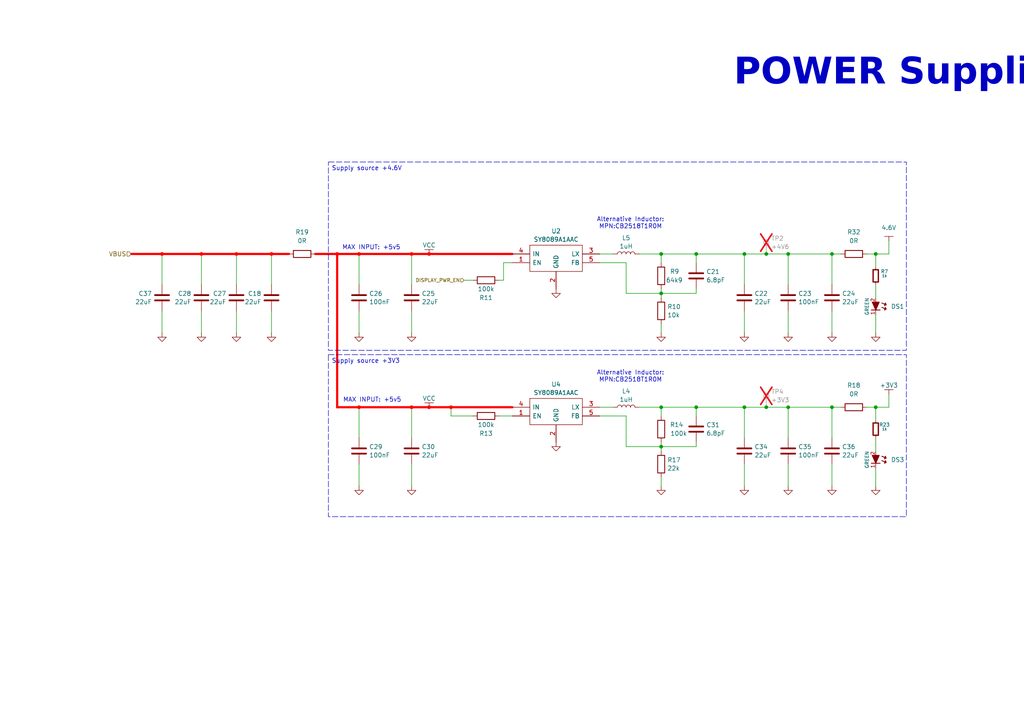
<source format=kicad_sch>
(kicad_sch (version 20231120) (generator "eeschema") (generator_version "8.0")
  (paper "A4")
  (title_block (title "WebScreen Project") (date "2024-11-02") (rev "1.2") (company "HW Media Lab LLC"))
  (lib_symbols
    (symbol "Connector:TestPoint" (pin_numbers hide) (pin_names (offset 0.762) hide)
      (property "Reference" "TP" (at 0 6.858 0))
      (property "Value" "TestPoint" (at 0 5.08 0))
      (symbol "TestPoint_0_1"
        (circle (center 0 3.302) (radius 0.762))
      )
      (symbol "TestPoint_1_1"
        (pin passive line (at 0 0 90) (length 2.54) (name "1") (number "1"))
      )
    )
    (symbol "Device:C" (pin_numbers hide) (pin_names (offset 0.254))
      (property "Reference" "C" (at 0.635 2.54 0))
      (property "Value" "C" (at 0.635 -2.54 0))
      (symbol "C_0_1"
        (polyline (pts (xy -2.032 -0.762) (xy 2.032 -0.762)) (stroke (width 0.508)))
        (polyline (pts (xy -2.032 0.762) (xy 2.032 0.762)) (stroke (width 0.508)))
      )
      (symbol "C_1_1"
        (pin passive line (at 0 3.81 270) (length 2.794) (name "~") (number "1"))
        (pin passive line (at 0 -3.81 90) (length 2.794) (name "~") (number "2"))
      )
    )
    (symbol "Device:L" (pin_numbers hide) (pin_names (offset 1.016) hide)
      (property "Reference" "L" (at -1.27 0 90))
      (property "Value" "L" (at 1.905 0 90))
      (symbol "L_0_1"
        (arc (start 0 -2.54) (mid 0.6323 -1.905) (end 0 -1.27))
        (arc (start 0 -1.27) (mid 0.6323 -0.635) (end 0 0))
        (arc (start 0 0) (mid 0.6323 0.635) (end 0 1.27))
        (arc (start 0 1.27) (mid 0.6323 1.905) (end 0 2.54))
      )
      (symbol "L_1_1"
        (pin passive line (at 0 3.81 270) (length 1.27) (name "1") (number "1"))
        (pin passive line (at 0 -3.81 90) (length 1.27) (name "2") (number "2"))
      )
    )
    (symbol "Device:R" (pin_numbers hide) (pin_names (offset 0))
      (property "Reference" "R" (at 2.032 0 90))
      (property "Value" "R" (at 0 0 90))
      (symbol "R_0_1"
        (rectangle (start -1.016 -2.54) (end 1.016 2.54) (stroke (width 0.254)))
      )
      (symbol "R_1_1"
        (pin passive line (at 0 3.81 270) (length 1.27) (name "~") (number "1"))
        (pin passive line (at 0 -3.81 90) (length 1.27) (name "~") (number "2"))
      )
    )
    (symbol "SY8089A1AAC:SY8089A1AAC" (pin_names (offset 0.762))
      (property "Reference" "U2" (at 12.7 6.6335 0))
      (property "Value" "SY8089A1AAC" (at 12.7 4.2093 0))
      (symbol "SY8089A1AAC_0_0"
        (pin passive line (at 0 -2.54 0) (length 5.08) (name "EN") (number "1"))
        (pin passive line (at 12.7 -10.16 90) (length 5.08) (name "GND") (number "2"))
        (pin passive line (at 25.4 0 180) (length 5.08) (name "LX") (number "3"))
        (pin passive line (at 0 0 0) (length 5.08) (name "IN") (number "4"))
        (pin passive line (at 25.4 -2.54 180) (length 5.08) (name "FB") (number "5"))
      )
      (symbol "SY8089A1AAC_0_1"
        (polyline (pts (xy 5.08 2.54) (xy 20.32 2.54) (xy 20.32 -5.08) (xy 5.08 -5.08) (xy 5.08 2.54)) (stroke (width 0.1524)))
      )
    )
    (symbol "pasv-res:R-0603" (pin_numbers hide) (pin_names (offset 0))
      (property "Reference" "R" (at 6.35 1.27 0))
      (property "Value" "R-0603" (at 6.35 -1.27 0))
      (symbol "R-0603_0_1"
        (rectangle (start -0.762 1.778) (end 0.762 -1.778) (stroke (width 0.381)))
        (polyline (pts (xy 0 -1.778) (xy 0 -2.032)))
        (polyline (pts (xy 0 1.778) (xy 0 1.905)))
      )
      (symbol "R-0603_1_1"
        (pin passive line (at 0 2.54 270) (length 0.635) (name "~") (number "1"))
        (pin passive line (at 0 -2.54 90) (length 0.635) (name "~") (number "2"))
      )
    )
    (symbol "power:+1V35" (power) (pin_names (offset 0))
      (property "Value" "ELVDD" (at 0 1.9049 90))
      (symbol "+1V35_0_1"
        (polyline (pts (xy -1.27 1.27) (xy 1.27 1.27)))
        (polyline (pts (xy 0 0) (xy 0 1.27)))
      )
      (symbol "+1V35_1_1"
        (pin power_in line (at 0 0 90) (length 0) hide (name "4.6V") (number "1"))
      )
    )
    (symbol "power:+3V3" (power) (pin_names (offset 0))
      (property "Value" "+3V3" (at 0 2.54 0))
      (symbol "+3V3_0_1"
        (rectangle (start -1.27 1.27) (end 1.27 1.27))
        (polyline (pts (xy 0 0) (xy 0 1.27)))
      )
      (symbol "+3V3_1_1"
        (pin power_in line (at 0 0 90) (length 0) hide (name "+3V3") (number "1"))
      )
    )
    (symbol "power:GND" (power) (pin_names (offset 0))
      (property "Value" "GND" (at 0 -3.81 0))
      (symbol "GND_0_1"
        (polyline (pts (xy 0 0) (xy 0 -1.27) (xy 1.27 -1.27) (xy 0 -2.54) (xy -1.27 -1.27) (xy 0 -1.27)))
      )
      (symbol "GND_1_1"
        (pin power_in line (at 0 0 270) (length 0) hide (name "GND") (number "1"))
      )
    )
    (symbol "power:VCC" (power) (pin_names (offset 0))
      (property "Value" "VCC5V" (at 0 2.54 0))
      (symbol "VCC_0_1"
        (polyline (pts (xy -1.27 1.27) (xy 1.27 1.27)))
        (polyline (pts (xy 0 0) (xy 0 1.27)))
      )
      (symbol "VCC_1_1"
        (pin power_in line (at 0 0 90) (length 0) hide (name "VCC") (number "1"))
      )
    )
    (symbol "semi-opto-generic:LED-0603" (pin_names (offset 0) hide)
      (property "Reference" "DS" (at 8.89 1.27 0))
      (property "Value" "LED-0603" (at 8.89 -1.27 0))
      (symbol "LED-0603_0_1"
        (polyline (pts (xy -1.27 -1.016) (xy 1.27 -1.016)) (stroke (width 0.254)))
        (polyline (pts (xy 0 -1.27) (xy 0 -1.016)))
        (polyline (pts (xy 0 -1.016) (xy -1.016 1.27) (xy 1.016 1.27) (xy 0 -1.016)) (stroke (width 0.254)) (fill (type outline)))
        (polyline (pts (xy 1.778 -0.254) (xy 3.048 -0.762) (xy 2.54 -1.016) (xy 2.794 -0.254) (xy 3.048 -0.762)) (stroke (width 0.254)))
        (polyline (pts (xy 1.778 1.016) (xy 3.048 0.508) (xy 2.54 0.254) (xy 2.794 1.016) (xy 3.048 0.508)) (stroke (width 0.254)))
      )
      (symbol "LED-0603_1_1"
        (pin passive line (at 0 -2.54 90) (length 1.27) (name "K") (number "1"))
        (pin passive line (at 0 2.54 270) (length 1.27) (name "A") (number "2"))
      )
    )
  )
  (junction (at 97.79 73.66) (color 255 0 0 1))
  (junction (at 68.58 73.66) (color 255 0 0 1))
  (junction (at 119.38 73.66) (color 255 0 0 1))
  (junction (at 191.77 129.54))
  (junction (at 124.46 73.66) (color 255 0 0 1))
  (junction (at 191.77 73.66))
  (junction (at 241.3 73.66))
  (junction (at 130.81 118.11) (color 255 0 0 1))
  (junction (at 46.99 73.66) (color 255 0 0 1))
  (junction (at 222.25 73.66))
  (junction (at 191.77 85.09))
  (junction (at 228.6 73.66))
  (junction (at 254 73.66))
  (junction (at 228.6 118.11))
  (junction (at 241.3 118.11))
  (junction (at 215.9 73.66))
  (junction (at 104.14 73.66) (color 255 0 0 1))
  (junction (at 215.9 118.11))
  (junction (at 58.42 73.66) (color 255 0 0 1))
  (junction (at 104.14 118.11) (color 255 0 0 1))
  (junction (at 191.77 118.11))
  (junction (at 254 118.11))
  (junction (at 201.93 73.66))
  (junction (at 119.38 118.11) (color 255 0 0 1))
  (junction (at 201.93 118.11))
  (junction (at 222.25 118.11))
  (junction (at 124.46 118.11) (color 255 0 0 1))
  (junction (at 78.74 73.66) (color 255 0 0 1))
  (wire (pts (xy 146.05 76.2) (xy 148.59 76.2)))
  (wire (pts (xy 215.9 90.17) (xy 215.9 96.52)))
  (wire (pts (xy 241.3 118.11) (xy 228.6 118.11)))
  (wire (pts (xy 46.99 90.17) (xy 46.99 96.52)))
  (wire (pts (xy 254 91.44) (xy 254 96.52)))
  (wire (pts (xy 191.77 120.65) (xy 191.77 118.11)))
  (wire (pts (xy 104.14 127) (xy 104.14 118.11)))
  (wire (pts (xy 254 73.66) (xy 257.81 73.66)))
  (wire (pts (xy 241.3 127) (xy 241.3 118.11)))
  (wire (pts (xy 251.46 73.66) (xy 254 73.66)))
  (wire (pts (xy 124.46 118.11) (xy 130.81 118.11)) (stroke (width 0.635) (color 255 0 0 1)))
  (wire (pts (xy 68.58 90.17) (xy 68.58 96.52)))
  (wire (pts (xy 191.77 76.2) (xy 191.77 73.66)))
  (wire (pts (xy 104.14 82.55) (xy 104.14 73.66)))
  (wire (pts (xy 201.93 85.09) (xy 191.77 85.09)))
  (wire (pts (xy 215.9 118.11) (xy 222.25 118.11)))
  (wire (pts (xy 254 82.55) (xy 254 86.36)))
  (wire (pts (xy 241.3 118.11) (xy 243.84 118.11)))
  (wire (pts (xy 134.62 81.28) (xy 137.16 81.28)))
  (wire (pts (xy 46.99 73.66) (xy 46.99 82.55)))
  (wire (pts (xy 201.93 73.66) (xy 215.9 73.66)))
  (wire (pts (xy 241.3 73.66) (xy 243.84 73.66)))
  (wire (pts (xy 254 73.66) (xy 254 77.47)))
  (wire (pts (xy 104.14 118.11) (xy 119.38 118.11)) (stroke (width 0.635) (color 255 0 0 1)))
  (wire (pts (xy 146.05 81.28) (xy 146.05 76.2)))
  (wire (pts (xy 201.93 83.82) (xy 201.93 85.09)))
  (wire (pts (xy 191.77 85.09) (xy 191.77 86.36)))
  (wire (pts (xy 228.6 90.17) (xy 228.6 96.52)))
  (wire (pts (xy 97.79 118.11) (xy 104.14 118.11)) (stroke (width 0.635) (color 255 0 0 1)))
  (wire (pts (xy 228.6 134.62) (xy 228.6 140.97)))
  (wire (pts (xy 181.61 76.2) (xy 181.61 85.09)))
  (wire (pts (xy 181.61 120.65) (xy 181.61 129.54)))
  (wire (pts (xy 215.9 73.66) (xy 222.25 73.66)))
  (wire (pts (xy 201.93 118.11) (xy 191.77 118.11)))
  (wire (pts (xy 241.3 82.55) (xy 241.3 73.66)))
  (wire (pts (xy 201.93 128.27) (xy 201.93 129.54)))
  (wire (pts (xy 241.3 134.62) (xy 241.3 140.97)))
  (wire (pts (xy 119.38 127) (xy 119.38 118.11)))
  (wire (pts (xy 222.25 73.66) (xy 228.6 73.66)))
  (wire (pts (xy 201.93 129.54) (xy 191.77 129.54)))
  (wire (pts (xy 97.79 73.66) (xy 104.14 73.66)) (stroke (width 0.635) (color 255 0 0 1)))
  (wire (pts (xy 201.93 76.2) (xy 201.93 73.66)))
  (wire (pts (xy 104.14 73.66) (xy 119.38 73.66)) (stroke (width 0.635) (color 255 0 0 1)))
  (wire (pts (xy 173.99 120.65) (xy 181.61 120.65)))
  (wire (pts (xy 124.46 73.66) (xy 148.59 73.66)) (stroke (width 0.635) (color 255 0 0 1)))
  (wire (pts (xy 130.81 120.65) (xy 137.16 120.65)))
  (wire (pts (xy 254 118.11) (xy 257.81 118.11)))
  (wire (pts (xy 257.81 114.3) (xy 257.81 118.11)))
  (wire (pts (xy 191.77 83.82) (xy 191.77 85.09)))
  (wire (pts (xy 241.3 73.66) (xy 228.6 73.66)))
  (wire (pts (xy 254 135.89) (xy 254 140.97)))
  (wire (pts (xy 215.9 134.62) (xy 215.9 140.97)))
  (wire (pts (xy 191.77 128.27) (xy 191.77 129.54)))
  (wire (pts (xy 191.77 138.43) (xy 191.77 140.97)))
  (wire (pts (xy 254 118.11) (xy 254 121.92)))
  (wire (pts (xy 201.93 73.66) (xy 191.77 73.66)))
  (wire (pts (xy 191.77 93.98) (xy 191.77 96.52)))
  (wire (pts (xy 144.78 81.28) (xy 146.05 81.28)))
  (wire (pts (xy 201.93 120.65) (xy 201.93 118.11)))
  (wire (pts (xy 58.42 73.66) (xy 68.58 73.66)) (stroke (width 0.635) (color 255 0 0 1)))
  (wire (pts (xy 254 127) (xy 254 130.81)))
  (wire (pts (xy 191.77 73.66) (xy 185.42 73.66)))
  (wire (pts (xy 228.6 82.55) (xy 228.6 73.66)))
  (wire (pts (xy 144.78 120.65) (xy 148.59 120.65)))
  (wire (pts (xy 78.74 73.66) (xy 83.82 73.66)) (stroke (width 0.635) (color 255 0 0 1)))
  (wire (pts (xy 46.99 73.66) (xy 58.42 73.66)) (stroke (width 0.635) (color 255 0 0 1)))
  (wire (pts (xy 119.38 90.17) (xy 119.38 96.52)))
  (wire (pts (xy 215.9 127) (xy 215.9 118.11)))
  (wire (pts (xy 191.77 118.11) (xy 185.42 118.11)))
  (wire (pts (xy 119.38 134.62) (xy 119.38 140.97)))
  (wire (pts (xy 68.58 73.66) (xy 78.74 73.66)) (stroke (width 0.635) (color 255 0 0 1)))
  (wire (pts (xy 215.9 82.55) (xy 215.9 73.66)))
  (wire (pts (xy 119.38 73.66) (xy 124.46 73.66)) (stroke (width 0.635) (color 255 0 0 1)))
  (wire (pts (xy 58.42 73.66) (xy 58.42 82.55)))
  (wire (pts (xy 181.61 85.09) (xy 191.77 85.09)))
  (wire (pts (xy 173.99 118.11) (xy 177.8 118.11)))
  (wire (pts (xy 68.58 73.66) (xy 68.58 82.55)))
  (wire (pts (xy 130.81 118.11) (xy 130.81 120.65)))
  (wire (pts (xy 130.81 118.11) (xy 148.59 118.11)) (stroke (width 0.635) (color 255 0 0 1)))
  (wire (pts (xy 257.81 69.85) (xy 257.81 73.66)))
  (wire (pts (xy 181.61 129.54) (xy 191.77 129.54)))
  (wire (pts (xy 97.79 73.66) (xy 97.79 118.11)) (stroke (width 0.635) (color 255 0 0 1)))
  (wire (pts (xy 222.25 118.11) (xy 228.6 118.11)))
  (wire (pts (xy 38.1 73.66) (xy 46.99 73.66)) (stroke (width 0.635) (color 255 0 0 1)))
  (wire (pts (xy 104.14 134.62) (xy 104.14 140.97)))
  (wire (pts (xy 173.99 73.66) (xy 177.8 73.66)))
  (wire (pts (xy 191.77 129.54) (xy 191.77 130.81)))
  (wire (pts (xy 91.44 73.66) (xy 97.79 73.66)) (stroke (width 0.635) (color 255 0 0 1)))
  (wire (pts (xy 241.3 90.17) (xy 241.3 96.52)))
  (wire (pts (xy 119.38 82.55) (xy 119.38 73.66)))
  (wire (pts (xy 119.38 118.11) (xy 124.46 118.11)) (stroke (width 0.635) (color 255 0 0 1)))
  (wire (pts (xy 58.42 90.17) (xy 58.42 96.52)))
  (wire (pts (xy 173.99 76.2) (xy 181.61 76.2)))
  (wire (pts (xy 78.74 73.66) (xy 78.74 82.55)))
  (wire (pts (xy 228.6 127) (xy 228.6 118.11)))
  (wire (pts (xy 104.14 90.17) (xy 104.14 96.52)))
  (wire (pts (xy 251.46 118.11) (xy 254 118.11)))
  (wire (pts (xy 78.74 90.17) (xy 78.74 96.52)))
  (wire (pts (xy 201.93 118.11) (xy 215.9 118.11)))
  (text_box "Supply source +4.6V" (at 95.25 46.99 0) (size 167.64 54.61) (stroke (width 0) (type dash)) (effects (font (size 1.27 1.27)) (justify left top)))
  (text_box "Supply source +3V3" (at 95.25 102.87 0) (size 167.64 46.99) (stroke (width 0) (type dash)) (effects (font (size 1.27 1.27)) (justify left top)))
  (text "MAX INPUT: +5v5" (at 107.696 71.882 0) (effects (font (size 1.27 1.27))))
  (text "Alternative Inductor:\nMPN:CB2518T1R0M" (at 182.88 64.77 0) (effects (font (size 1.27 1.27))))
  (text "Alternative Inductor:\nMPN:CB2518T1R0M" (at 182.88 109.22 0) (effects (font (size 1.27 1.27))))
  (text "POWER Supplies\n" (at 212.852 27.686 0) (effects (font (size 7.62 7.62) (thickness 0.254) (bold yes)) (justify left bottom)))
  (text "https://item.szlcsc.com/5710422.html" (at 1.016 218.948 0) (effects (font (size 1.27 1.27)) (justify left bottom)))
  (text "MAX INPUT: +5v5" (at 107.95 116.078 0) (effects (font (size 1.27 1.27))))
  (text "https://www.enchipsemi.com/productinfo/1530927.html" (at 1.016 216.408 0) (effects (font (size 1.27 1.27)) (justify left bottom)))
  (hierarchical_label "VBUS" (shape input) (at 38.1 73.66 180))
  (hierarchical_label "DISPLAY_PWR_EN" (shape input) (at 134.62 81.28 180) (effects (font (size 1.016 1.016))))
  (symbol (lib_id "power:GND") (at 241.3 140.97 0) (unit 1)
    (property "Reference" "#PWR075" (effects (hide yes)))
    (property "Value" "GND" (effects (hide yes)))
  )
  (symbol (lib_id "power:VCC") (at 124.46 73.66 0) (unit 1)
    (property "Reference" "#PWR046" (effects (hide yes)))
    (property "Value" "VCC" (at 124.46 71.12 0))
  )
  (symbol (lib_id "Device:C") (at 119.38 130.81 0) (unit 1)
    (property "Reference" "C30" (at 122.301 129.5979 0) (effects (justify left)))
    (property "Value" "22uF" (at 122.301 132.0221 0) (effects (justify left)))
    (property "Footprint" "Capacitor_SMD:C_0402_1005Metric" (effects (hide yes)))
    (property "Datasheet" "https://www.lcsc.com/datasheet/lcsc_datasheet_2412271458_HRE-CGA0402X5R226M100GT_C6119813.pdf" (effects (hide yes)))
    (property "MPN" "CGA0402X5R226M100GT" (effects (hide yes)))
    (property "LCSC Part #" "C6119813" (effects (hide yes)))
    (property "BOM" "10V 22uF X5R ±20% 0402 Multilayer Ceramic Capacitors MLCC - SMD/SMT ROHS" (effects (hide yes)))
  )
  (symbol (lib_id "power:GND") (at 161.29 128.27 0) (unit 1)
    (property "Reference" "#PWR062" (effects (hide yes)))
    (property "Value" "GND" (effects (hide yes)))
  )
  (symbol (lib_id "Device:C") (at 58.42 86.36 0) (mirror y) (unit 1)
    (property "Reference" "C28" (at 55.499 85.1479 0) (effects (justify left)))
    (property "Value" "22uF" (at 55.499 87.5721 0) (effects (justify left)))
    (property "Footprint" "Capacitor_SMD:C_0402_1005Metric" (effects (hide yes)))
    (property "Datasheet" "https://www.lcsc.com/datasheet/lcsc_datasheet_2412271458_HRE-CGA0402X5R226M100GT_C6119813.pdf" (effects (hide yes)))
    (property "MPN" "CGA0402X5R226M100GT" (effects (hide yes)))
    (property "LCSC Part #" "C6119813" (effects (hide yes)))
    (property "BOM" "10V 22uF X5R ±20% 0402 Multilayer Ceramic Capacitors MLCC - SMD/SMT ROHS" (effects (hide yes)))
  )
  (symbol (lib_id "power:GND") (at 104.14 140.97 0) (unit 1)
    (property "Reference" "#PWR058" (effects (hide yes)))
    (property "Value" "GND" (effects (hide yes)))
  )
  (symbol (lib_id "power:GND") (at 58.42 96.52 0) (mirror y) (unit 1)
    (property "Reference" "#PWR079" (effects (hide yes)))
    (property "Value" "GND" (effects (hide yes)))
  )
  (symbol (lib_id "Device:R") (at 140.97 120.65 270) (unit 1)
    (property "Reference" "R13" (at 140.97 125.73 90))
    (property "Value" "100k" (at 140.97 123.19 90))
    (property "Footprint" "Resistor_SMD:R_0402_1005Metric" (effects (hide yes)))
    (property "Datasheet" "https://www.lcsc.com/datasheet/lcsc_datasheet_2206010100_UNI-ROYAL-Uniroyal-Elec-0402WGF1003TCE_C25741.pdf" (effects (hide yes)))
    (property "MPN" "0402WGF1003TCE" (effects (hide yes)))
    (property "LCSC Part #" "C25741" (effects (hide yes)))
    (property "BOM" "62.5mW Thick Film Resistors 50V ±100ppm/℃ ±1% 100kΩ 0402 Chip Resistor - Surface Mount ROHS" (effects (hide yes)))
  )
  (symbol (lib_id "Device:C") (at 46.99 86.36 0) (mirror y) (unit 1)
    (property "Reference" "C37" (at 44.069 85.1479 0) (effects (justify left)))
    (property "Value" "22uF" (at 44.069 87.5721 0) (effects (justify left)))
    (property "Footprint" "Capacitor_SMD:C_0402_1005Metric" (effects (hide yes)))
    (property "Datasheet" "https://www.lcsc.com/datasheet/lcsc_datasheet_2412271458_HRE-CGA0402X5R226M100GT_C6119813.pdf" (effects (hide yes)))
    (property "MPN" "CGA0402X5R226M100GT" (effects (hide yes)))
    (property "LCSC Part #" "C6119813" (effects (hide yes)))
    (property "BOM" "10V 22uF X5R ±20% 0402 Multilayer Ceramic Capacitors MLCC - SMD/SMT ROHS" (effects (hide yes)))
  )
  (symbol (lib_id "Device:L") (at 181.61 118.11 90) (unit 1)
    (property "Reference" "L4" (at 181.61 113.4604 90))
    (property "Value" "1uH" (at 181.61 115.8846 90))
    (property "Footprint" "smd-non-ipc:BR2518_YDN" (effects (hide yes)))
    (property "Datasheet" "https://www.lcsc.com/datasheet/lcsc_datasheet_2007021836_Taiyo-Yuden-BRFL2518T1R0M_C524998.pdf" (effects (hide yes)))
    (property "MPN" "BRFL2518T1R0M" (effects (hide yes)))
    (property "LCSC Part #" "C524998" (effects (hide yes)))
    (property "BOM" "1.2A 1uH ±20% 1.2A 1007 Power Inductors ROHS" (effects (hide yes)))
  )
  (symbol (lib_id "power:GND") (at 254 96.52 0) (unit 1)
    (property "Reference" "#PWR072" (effects (hide yes)))
    (property "Value" "GND" (effects (hide yes)))
  )
  (symbol (lib_id "power:GND") (at 215.9 96.52 0) (unit 1)
    (property "Reference" "#PWR040" (effects (hide yes)))
    (property "Value" "GND" (effects (hide yes)))
  )
  (symbol (lib_id "Device:R") (at 247.65 118.11 90) (unit 1)
    (property "Reference" "R18" (at 247.65 111.76 90))
    (property "Value" "0R" (at 247.65 114.3 90))
    (property "Footprint" "Resistor_SMD:R_0402_1005Metric" (effects (hide yes)))
    (property "Datasheet" "https://www.lcsc.com/datasheet/lcsc_datasheet_2206010216_UNI-ROYAL-Uniroyal-Elec-0402WGF0000TCE_C17168.pdf" (effects (hide yes)))
    (property "MPN" "0402WGF0000TCE" (effects (hide yes)))
    (property "LCSC Part #" "C17168" (effects (hide yes)))
    (property "BOM" "62.5mW Thick Film Resistors 50V ±800ppm/℃ ±1% 0Ω 0402 Chip Resistor - Surface Mount ROHS" (effects (hide yes)))
  )
  (symbol (lib_id "Device:C") (at 241.3 86.36 0) (unit 1)
    (property "Reference" "C24" (at 244.221 85.1479 0) (effects (justify left)))
    (property "Value" "22uF" (at 244.221 87.5721 0) (effects (justify left)))
    (property "Footprint" "Capacitor_SMD:C_0402_1005Metric" (effects (hide yes)))
    (property "Datasheet" "https://www.lcsc.com/datasheet/lcsc_datasheet_2412271458_HRE-CGA0402X5R226M100GT_C6119813.pdf" (effects (hide yes)))
    (property "MPN" "CGA0402X5R226M100GT" (effects (hide yes)))
    (property "LCSC Part #" "C6119813" (effects (hide yes)))
    (property "BOM" "10V 22uF X5R ±20% 0402 Multilayer Ceramic Capacitors MLCC - SMD/SMT ROHS" (effects (hide yes)))
  )
  (symbol (lib_id "Device:L") (at 181.61 73.66 90) (unit 1)
    (property "Reference" "L5" (at 181.61 69.0104 90))
    (property "Value" "1uH" (at 181.61 71.4346 90))
    (property "Footprint" "smd-non-ipc:BR2518_YDN" (effects (hide yes)))
    (property "Datasheet" "https://www.lcsc.com/datasheet/lcsc_datasheet_2007021836_Taiyo-Yuden-BRFL2518T1R0M_C524998.pdf" (effects (hide yes)))
    (property "MPN" "BRFL2518T1R0M" (effects (hide yes)))
    (property "LCSC Part #" "C524998" (effects (hide yes)))
    (property "BOM" "1.2A 1uH ±20% 1.2A 1007 Power Inductors ROHS" (effects (hide yes)))
  )
  (symbol (lib_id "power:+1V35") (at 257.81 69.85 0) (unit 1)
    (property "Reference" "#PWR055" (effects (hide yes)))
    (property "Value" "4.6V" (at 257.81 66.04 0))
  )
  (symbol (lib_id "Device:C") (at 201.93 80.01 0) (unit 1)
    (property "Reference" "C21" (at 204.851 78.7979 0) (effects (justify left)))
    (property "Value" "6.8pF" (at 204.851 81.2221 0) (effects (justify left)))
    (property "Footprint" "Capacitor_SMD:C_0402_1005Metric" (effects (hide yes)))
    (property "Datasheet" "https://www.lcsc.com/datasheet/lcsc_datasheet_2304140030_FH--Guangdong-Fenghua-Advanced-Tech-0402CG6R8C500NT_C1576.pdf" (effects (hide yes)))
    (property "MPN" "0402CG6R8C500NT" (effects (hide yes)))
    (property "LCSC Part #" "C1576" (effects (hide yes)))
    (property "BOM" "50V 6.8pF C0G 0402 Multilayer Ceramic Capacitors MLCC - SMD/SMT ROHS" (effects (hide yes)))
  )
  (symbol (lib_id "power:GND") (at 215.9 140.97 0) (unit 1)
    (property "Reference" "#PWR064" (effects (hide yes)))
    (property "Value" "GND" (effects (hide yes)))
  )
  (symbol (lib_id "pasv-res:R-0603") (at 254 80.01 180) (unit 1)
    (property "Reference" "R7" (at 256.54 78.74 0) (effects (font (size 1.016 1.016))))
    (property "Value" "1k" (at 256.54 80.01 0) (effects (font (size 0.762 0.762))))
    (property "Footprint" "Resistor_SMD:R_0603_1608Metric_Pad0.98x0.95mm_HandSolder" (effects (hide yes)))
    (property "MFR" "Vishay" (effects (hide yes)))
    (property "MPN" "CRCW06031K00FKEAC" (effects (hide yes)))
    (property "BOM" "RES SMD 1k 1% [0603]" (effects (hide yes)))
    (property "Power" "100mW" (effects (hide yes)))
    (property "AEC-Q" "yes" (effects (hide yes)))
    (property "LCSC Part #" "C844746" (effects (hide yes)))
    (instances (project "Drive_Board_L6234" (path "" (reference "R7") (unit 1))) (project "Luna_VESC" (path "" (reference "R11") (unit 1))) (project "Display_pcb" (path "" (reference "R16") (unit 1))))
  )
  (symbol (lib_id "SY8089A1AAC:SY8089A1AAC") (at 148.59 73.66 0) (unit 1)
    (property "Reference" "U2" (at 161.29 67.0265 0))
    (property "Value" "SY8089A1AAC" (at 161.29 69.4507 0))
    (property "Footprint" "smd-non-ipc:SOT95P285X130-5N" (effects (hide yes)))
    (property "Datasheet" "https://datasheet.lcsc.com/szlcsc/2001171834_Silergy-Corp-SY8089A1AAC_C479074.pdf" (effects (hide yes)))
    (property "BOM" "LOW LOSS POWER DISTRIBUTION SWITCH WITH" (effects (hide yes)))
    (property "MPN" "SY8089A1AAC" (effects (hide yes)))
    (property "LCSC Part #" "C479074" (effects (hide yes)))
  )
  (symbol (lib_id "semi-opto-generic:LED-0603") (at 254 133.35 0) (unit 1)
    (property "Reference" "DS3" (at 260.35 133.35 0))
    (property "Value" "GREEN" (at 251.46 133.35 90) (effects (font (size 1.016 1.016))))
    (property "Footprint" "LED_SMD:LED_0603_1608Metric" (effects (hide yes)))
    (property "Datasheet" "http://optoelectronics.liteon.com/upload/download/DS22-2000-228/S_110_LTST-C191KGKT.pdf" (effects (hide yes)))
    (property "BOM" "LED GREEN [0603]" (effects (hide yes)))
    (property "MFR" "Lite-On Inc." (effects (hide yes)))
    (property "MPN" "LTST-C191KGKT" (effects (hide yes)))
    (property "LCSC Part #" "C125098" (effects (hide yes)))
  )
  (symbol (lib_id "power:GND") (at 78.74 96.52 0) (unit 1)
    (property "Reference" "#PWR067" (effects (hide yes)))
    (property "Value" "GND" (effects (hide yes)))
  )
  (symbol (lib_id "SY8089A1AAC:SY8089A1AAC") (at 148.59 118.11 0) (unit 1)
    (property "Reference" "U4" (at 161.29 111.4765 0))
    (property "Value" "SY8089A1AAC" (at 161.29 113.9007 0))
    (property "Footprint" "smd-non-ipc:SOT95P285X130-5N" (effects (hide yes)))
    (property "Datasheet" "https://datasheet.lcsc.com/szlcsc/2001171834_Silergy-Corp-SY8089A1AAC_C479074.pdf" (effects (hide yes)))
    (property "BOM" "LOW LOSS POWER DISTRIBUTION SWITCH WITH" (effects (hide yes)))
    (property "MPN" "SY8089A1AAC" (effects (hide yes)))
    (property "LCSC Part #" "C479074" (effects (hide yes)))
  )
  (symbol (lib_id "power:GND") (at 254 140.97 0) (unit 1)
    (property "Reference" "#PWR076" (effects (hide yes)))
    (property "Value" "GND" (effects (hide yes)))
  )
  (symbol (lib_id "Connector:TestPoint") (at 222.25 73.66 0) (unit 1) (in_bom no) (dnp yes)
    (property "Reference" "TP2" (at 223.647 69.1459 0) (effects (justify left)))
    (property "Value" "+4V6" (at 223.647 71.5701 0) (effects (justify left)))
    (property "Footprint" "TestPoint:TestPoint_Pad_D1.0mm" (effects (hide yes)))
  )
  (symbol (lib_id "Device:R") (at 247.65 73.66 90) (unit 1)
    (property "Reference" "R32" (at 247.65 67.31 90))
    (property "Value" "0R" (at 247.65 69.85 90))
    (property "Footprint" "Resistor_SMD:R_0402_1005Metric" (effects (hide yes)))
    (property "Datasheet" "https://www.lcsc.com/datasheet/lcsc_datasheet_2206010216_UNI-ROYAL-Uniroyal-Elec-0402WGF0000TCE_C17168.pdf" (effects (hide yes)))
    (property "MPN" "0402WGF0000TCE" (effects (hide yes)))
    (property "LCSC Part #" "C17168" (effects (hide yes)))
    (property "BOM" "62.5mW Thick Film Resistors 50V ±800ppm/℃ ±1% 0Ω 0402 Chip Resistor - Surface Mount ROHS" (effects (hide yes)))
  )
  (symbol (lib_id "power:GND") (at 191.77 140.97 0) (unit 1)
    (property "Reference" "#PWR063" (effects (hide yes)))
    (property "Value" "GND" (effects (hide yes)))
  )
  (symbol (lib_id "semi-opto-generic:LED-0603") (at 254 88.9 0) (unit 1)
    (property "Reference" "DS1" (at 260.35 88.9 0))
    (property "Value" "GREEN" (at 251.46 88.9 90) (effects (font (size 1.016 1.016))))
    (property "Footprint" "LED_SMD:LED_0603_1608Metric" (effects (hide yes)))
    (property "Datasheet" "http://optoelectronics.liteon.com/upload/download/DS22-2000-228/S_110_LTST-C191KGKT.pdf" (effects (hide yes)))
    (property "BOM" "LED GREEN [0603]" (effects (hide yes)))
    (property "MFR" "Lite-On Inc." (effects (hide yes)))
    (property "MPN" "LTST-C191KGKT" (effects (hide yes)))
    (property "LCSC Part #" "C125098" (effects (hide yes)))
    (instances (project "Drive_Board_L6234" (path "" (reference "DS1") (unit 1))) (project "Luna_VESC" (path "" (reference "DS1") (unit 1))) (project "Display_pcb" (path "" (reference "DS2") (unit 1))))
  )
  (symbol (lib_id "Device:R") (at 87.63 73.66 90) (unit 1)
    (property "Reference" "R19" (at 87.63 67.31 90))
    (property "Value" "0R" (at 87.63 69.85 90))
    (property "Footprint" "Resistor_SMD:R_0402_1005Metric" (effects (hide yes)))
    (property "Datasheet" "https://www.lcsc.com/datasheet/lcsc_datasheet_2206010216_UNI-ROYAL-Uniroyal-Elec-0402WGF0000TCE_C17168.pdf" (effects (hide yes)))
    (property "MPN" "0402WGF0000TCE" (effects (hide yes)))
    (property "LCSC Part #" "C17168" (effects (hide yes)))
    (property "BOM" "62.5mW Thick Film Resistors 50V ±800ppm/℃ ±1% 0Ω 0402 Chip Resistor - Surface Mount ROHS" (effects (hide yes)))
  )
  (symbol (lib_id "Device:R") (at 191.77 80.01 0) (unit 1)
    (property "Reference" "R9" (at 194.31 78.74 0) (effects (justify left)))
    (property "Value" "64k9" (at 195.58 81.28 0))
    (property "Footprint" "Resistor_SMD:R_0402_1005Metric" (effects (hide yes)))
    (property "Datasheet" "https://www.lcsc.com/datasheet/lcsc_datasheet_2004071108_PANASONIC-ERA2AEB6492X_C490835.pdf" (effects (hide yes)))
    (property "MPN" "ERA2AEB6492X" (effects (hide yes)))
    (property "LCSC Part #" "C490835" (effects (hide yes)))
    (property "BOM" "63mW Thin Film Resistor 50V ±0.1% ±25ppm/℃ 64.9kΩ 0402 Chip Resistor - Surface Mount ROHS" (effects (hide yes)))
  )
  (symbol (lib_id "Device:C") (at 78.74 86.36 0) (mirror y) (unit 1)
    (property "Reference" "C18" (at 75.819 85.1479 0) (effects (justify left)))
    (property "Value" "22uF" (at 75.819 87.5721 0) (effects (justify left)))
    (property "Footprint" "Capacitor_SMD:C_0402_1005Metric" (effects (hide yes)))
    (property "Datasheet" "https://www.lcsc.com/datasheet/lcsc_datasheet_2412271458_HRE-CGA0402X5R226M100GT_C6119813.pdf" (effects (hide yes)))
    (property "MPN" "CGA0402X5R226M100GT" (effects (hide yes)))
    (property "LCSC Part #" "C6119813" (effects (hide yes)))
    (property "BOM" "10V 22uF X5R ±20% 0402 Multilayer Ceramic Capacitors MLCC - SMD/SMT ROHS" (effects (hide yes)))
  )
  (symbol (lib_id "Device:R") (at 191.77 134.62 0) (unit 1)
    (property "Reference" "R17" (at 193.548 133.4079 0) (effects (justify left)))
    (property "Value" "22k" (at 193.548 135.8321 0) (effects (justify left)))
    (property "Footprint" "Resistor_SMD:R_0402_1005Metric" (effects (hide yes)))
    (property "Datasheet" "https://www.lcsc.com/datasheet/lcsc_datasheet_2206010100_UNI-ROYAL-Uniroyal-Elec-0402WGF2202TCE_C25768.pdf" (effects (hide yes)))
    (property "MPN" "0402WGF2202TCE" (effects (hide yes)))
    (property "LCSC Part #" "C25768" (effects (hide yes)))
    (property "BOM" "62.5mW Thick Film Resistors 50V ±100ppm/℃ ±1% 22kΩ 0402 Chip Resistor - Surface Mount ROHS" (effects (hide yes)))
  )
  (symbol (lib_id "power:GND") (at 161.29 83.82 0) (unit 1)
    (property "Reference" "#PWR045" (effects (hide yes)))
    (property "Value" "GND" (effects (hide yes)))
  )
  (symbol (lib_id "Device:C") (at 215.9 130.81 0) (unit 1)
    (property "Reference" "C34" (at 218.821 129.5979 0) (effects (justify left)))
    (property "Value" "22uF" (at 218.821 132.0221 0) (effects (justify left)))
    (property "Footprint" "Capacitor_SMD:C_0402_1005Metric" (effects (hide yes)))
    (property "Datasheet" "https://www.lcsc.com/datasheet/lcsc_datasheet_2412271458_HRE-CGA0402X5R226M100GT_C6119813.pdf" (effects (hide yes)))
    (property "MPN" "CGA0402X5R226M100GT" (effects (hide yes)))
    (property "LCSC Part #" "C6119813" (effects (hide yes)))
    (property "BOM" "10V 22uF X5R ±20% 0402 Multilayer Ceramic Capacitors MLCC - SMD/SMT ROHS" (effects (hide yes)))
  )
  (symbol (lib_id "power:GND") (at 104.14 96.52 0) (unit 1)
    (property "Reference" "#PWR048" (effects (hide yes)))
    (property "Value" "GND" (effects (hide yes)))
  )
  (symbol (lib_id "power:GND") (at 191.77 96.52 0) (unit 1)
    (property "Reference" "#PWR039" (effects (hide yes)))
    (property "Value" "GND" (effects (hide yes)))
  )
  (symbol (lib_id "Device:C") (at 228.6 86.36 0) (unit 1)
    (property "Reference" "C23" (at 231.521 85.1479 0) (effects (justify left)))
    (property "Value" "100nF" (at 231.521 87.5721 0) (effects (justify left)))
    (property "Footprint" "Capacitor_SMD:C_0402_1005Metric" (effects (hide yes)))
    (property "Datasheet" "https://www.lcsc.com/datasheet/lcsc_datasheet_2208251730_TDK-CGA2B3X7R1V104KT0Y0F_C343047.pdf" (effects (hide yes)))
    (property "MPN" "CGA2B3X7R1V104KT0Y0F" (effects (hide yes)))
    (property "LCSC Part #" "C343047" (effects (hide yes)))
    (property "BOM" "35V 100nF X7R ±10% 0402 Multilayer Ceramic Capacitors MLCC - SMD/SMT ROHS" (effects (hide yes)))
  )
  (symbol (lib_id "Connector:TestPoint") (at 222.25 118.11 0) (unit 1) (in_bom no) (dnp yes)
    (property "Reference" "TP4" (at 223.647 113.5959 0) (effects (justify left)))
    (property "Value" "+3V3" (at 223.647 116.0201 0) (effects (justify left)))
    (property "Footprint" "TestPoint:TestPoint_Pad_D1.0mm" (effects (hide yes)))
  )
  (symbol (lib_id "Device:C") (at 104.14 130.81 0) (unit 1)
    (property "Reference" "C29" (at 107.061 129.5979 0) (effects (justify left)))
    (property "Value" "100nF" (at 107.061 132.0221 0) (effects (justify left)))
    (property "Footprint" "Capacitor_SMD:C_0402_1005Metric" (effects (hide yes)))
    (property "Datasheet" "https://www.lcsc.com/datasheet/lcsc_datasheet_2208251730_TDK-CGA2B3X7R1V104KT0Y0F_C343047.pdf" (effects (hide yes)))
    (property "MPN" "CGA2B3X7R1V104KT0Y0F" (effects (hide yes)))
    (property "LCSC Part #" "C343047" (effects (hide yes)))
    (property "BOM" "35V 100nF X7R ±10% 0402 Multilayer Ceramic Capacitors MLCC - SMD/SMT ROHS" (effects (hide yes)))
  )
  (symbol (lib_id "Device:C") (at 119.38 86.36 0) (unit 1)
    (property "Reference" "C25" (at 122.301 85.1479 0) (effects (justify left)))
    (property "Value" "22uF" (at 122.301 87.5721 0) (effects (justify left)))
    (property "Footprint" "Capacitor_SMD:C_0402_1005Metric" (effects (hide yes)))
    (property "Datasheet" "https://www.lcsc.com/datasheet/lcsc_datasheet_2412271458_HRE-CGA0402X5R226M100GT_C6119813.pdf" (effects (hide yes)))
    (property "MPN" "CGA0402X5R226M100GT" (effects (hide yes)))
    (property "LCSC Part #" "C6119813" (effects (hide yes)))
    (property "BOM" "10V 22uF X5R ±20% 0402 Multilayer Ceramic Capacitors MLCC - SMD/SMT ROHS" (effects (hide yes)))
  )
  (symbol (lib_id "power:GND") (at 228.6 96.52 0) (unit 1)
    (property "Reference" "#PWR041" (effects (hide yes)))
    (property "Value" "GND" (effects (hide yes)))
  )
  (symbol (lib_id "power:GND") (at 228.6 140.97 0) (unit 1)
    (property "Reference" "#PWR065" (effects (hide yes)))
    (property "Value" "GND" (effects (hide yes)))
  )
  (symbol (lib_id "Device:C") (at 228.6 130.81 0) (unit 1)
    (property "Reference" "C35" (at 231.521 129.5979 0) (effects (justify left)))
    (property "Value" "100nF" (at 231.521 132.0221 0) (effects (justify left)))
    (property "Footprint" "Capacitor_SMD:C_0402_1005Metric" (effects (hide yes)))
    (property "Datasheet" "https://www.lcsc.com/datasheet/lcsc_datasheet_2208251730_TDK-CGA2B3X7R1V104KT0Y0F_C343047.pdf" (effects (hide yes)))
    (property "MPN" "CGA2B3X7R1V104KT0Y0F" (effects (hide yes)))
    (property "LCSC Part #" "C343047" (effects (hide yes)))
    (property "BOM" "35V 100nF X7R ±10% 0402 Multilayer Ceramic Capacitors MLCC - SMD/SMT ROHS" (effects (hide yes)))
  )
  (symbol (lib_id "Device:C") (at 68.58 86.36 0) (mirror y) (unit 1)
    (property "Reference" "C27" (at 65.659 85.1479 0) (effects (justify left)))
    (property "Value" "22uF" (at 65.659 87.5721 0) (effects (justify left)))
    (property "Footprint" "Capacitor_SMD:C_0402_1005Metric" (effects (hide yes)))
    (property "Datasheet" "https://www.lcsc.com/datasheet/lcsc_datasheet_2412271458_HRE-CGA0402X5R226M100GT_C6119813.pdf" (effects (hide yes)))
    (property "MPN" "CGA0402X5R226M100GT" (effects (hide yes)))
    (property "LCSC Part #" "C6119813" (effects (hide yes)))
    (property "BOM" "10V 22uF X5R ±20% 0402 Multilayer Ceramic Capacitors MLCC - SMD/SMT ROHS" (effects (hide yes)))
  )
  (symbol (lib_id "Device:C") (at 215.9 86.36 0) (unit 1)
    (property "Reference" "C22" (at 218.821 85.1479 0) (effects (justify left)))
    (property "Value" "22uF" (at 218.821 87.5721 0) (effects (justify left)))
    (property "Footprint" "Capacitor_SMD:C_0402_1005Metric" (effects (hide yes)))
    (property "Datasheet" "https://www.lcsc.com/datasheet/lcsc_datasheet_2412271458_HRE-CGA0402X5R226M100GT_C6119813.pdf" (effects (hide yes)))
    (property "MPN" "CGA0402X5R226M100GT" (effects (hide yes)))
    (property "LCSC Part #" "C6119813" (effects (hide yes)))
    (property "BOM" "10V 22uF X5R ±20% 0402 Multilayer Ceramic Capacitors MLCC - SMD/SMT ROHS" (effects (hide yes)))
  )
  (symbol (lib_id "power:GND") (at 68.58 96.52 0) (mirror y) (unit 1)
    (property "Reference" "#PWR078" (effects (hide yes)))
    (property "Value" "GND" (effects (hide yes)))
  )
  (symbol (lib_id "power:VCC") (at 124.46 118.11 0) (unit 1)
    (property "Reference" "#PWR061" (effects (hide yes)))
    (property "Value" "VCC" (at 124.46 115.57 0))
  )
  (symbol (lib_id "Device:C") (at 104.14 86.36 0) (unit 1)
    (property "Reference" "C26" (at 107.061 85.1479 0) (effects (justify left)))
    (property "Value" "100nF" (at 107.061 87.5721 0) (effects (justify left)))
    (property "Footprint" "Capacitor_SMD:C_0402_1005Metric" (effects (hide yes)))
    (property "Datasheet" "https://www.lcsc.com/datasheet/lcsc_datasheet_2208251730_TDK-CGA2B3X7R1V104KT0Y0F_C343047.pdf" (effects (hide yes)))
    (property "MPN" "CGA2B3X7R1V104KT0Y0F" (effects (hide yes)))
    (property "LCSC Part #" "C343047" (effects (hide yes)))
    (property "BOM" "35V 100nF X7R ±10% 0402 Multilayer Ceramic Capacitors MLCC - SMD/SMT ROHS" (effects (hide yes)))
  )
  (symbol (lib_id "Device:R") (at 191.77 90.17 0) (unit 1)
    (property "Reference" "R10" (at 193.548 88.9579 0) (effects (justify left)))
    (property "Value" "10k" (at 193.548 91.3821 0) (effects (justify left)))
    (property "Footprint" "Resistor_SMD:R_0402_1005Metric" (effects (hide yes)))
    (property "Datasheet" "https://www.lcsc.com/datasheet/lcsc_datasheet_2205311845_UNI-ROYAL-Uniroyal-Elec-0402WGJ0103TCE_C25531.pdf" (effects (hide yes)))
    (property "MPN" "0402WGJ0103TCE" (effects (hide yes)))
    (property "LCSC Part #" "C25531" (effects (hide yes)))
    (property "BOM" "62.5mW Thick Film Resistors 50V ±100ppm/℃ ±5% 10kΩ 0402 Chip Resistor - Surface Mount ROHS" (effects (hide yes)))
  )
  (symbol (lib_id "Device:C") (at 241.3 130.81 0) (unit 1)
    (property "Reference" "C36" (at 244.221 129.5979 0) (effects (justify left)))
    (property "Value" "22uF" (at 244.221 132.0221 0) (effects (justify left)))
    (property "Footprint" "Capacitor_SMD:C_0402_1005Metric" (effects (hide yes)))
    (property "Datasheet" "https://www.lcsc.com/datasheet/lcsc_datasheet_2412271458_HRE-CGA0402X5R226M100GT_C6119813.pdf" (effects (hide yes)))
    (property "MPN" "CGA0402X5R226M100GT" (effects (hide yes)))
    (property "LCSC Part #" "C6119813" (effects (hide yes)))
    (property "BOM" "10V 22uF X5R ±20% 0402 Multilayer Ceramic Capacitors MLCC - SMD/SMT ROHS" (effects (hide yes)))
  )
  (symbol (lib_id "Device:C") (at 201.93 124.46 0) (unit 1)
    (property "Reference" "C31" (at 204.851 123.2479 0) (effects (justify left)))
    (property "Value" "6.8pF" (at 204.851 125.6721 0) (effects (justify left)))
    (property "Footprint" "Capacitor_SMD:C_0402_1005Metric" (effects (hide yes)))
    (property "Datasheet" "https://www.lcsc.com/datasheet/lcsc_datasheet_2304140030_FH--Guangdong-Fenghua-Advanced-Tech-0402CG6R8C500NT_C1576.pdf" (effects (hide yes)))
    (property "MPN" "0402CG6R8C500NT" (effects (hide yes)))
    (property "LCSC Part #" "C1576" (effects (hide yes)))
    (property "BOM" "50V 6.8pF C0G 0402 Multilayer Ceramic Capacitors MLCC - SMD/SMT ROHS" (effects (hide yes)))
  )
  (symbol (lib_id "power:GND") (at 119.38 96.52 0) (unit 1)
    (property "Reference" "#PWR047" (effects (hide yes)))
    (property "Value" "GND" (effects (hide yes)))
  )
  (symbol (lib_id "power:GND") (at 46.99 96.52 0) (mirror y) (unit 1)
    (property "Reference" "#PWR080" (effects (hide yes)))
    (property "Value" "GND" (effects (hide yes)))
  )
  (symbol (lib_id "Device:R") (at 140.97 81.28 270) (unit 1)
    (property "Reference" "R11" (at 140.97 86.36 90))
    (property "Value" "100k" (at 140.97 83.82 90))
    (property "Footprint" "Resistor_SMD:R_0402_1005Metric" (effects (hide yes)))
    (property "Datasheet" "https://www.lcsc.com/datasheet/lcsc_datasheet_2206010100_UNI-ROYAL-Uniroyal-Elec-0402WGF1003TCE_C25741.pdf" (effects (hide yes)))
    (property "MPN" "0402WGF1003TCE" (effects (hide yes)))
    (property "LCSC Part #" "C25741" (effects (hide yes)))
    (property "BOM" "62.5mW Thick Film Resistors 50V ±100ppm/℃ ±1% 100kΩ 0402 Chip Resistor - Surface Mount ROHS" (effects (hide yes)))
  )
  (symbol (lib_id "power:+3V3") (at 257.81 114.3 0) (unit 1)
    (property "Reference" "#PWR077" (effects (hide yes)))
    (property "Value" "+3V3" (at 257.81 111.76 0))
  )
  (symbol (lib_id "pasv-res:R-0603") (at 254 124.46 180) (unit 1)
    (property "Reference" "R23" (at 256.54 123.19 0) (effects (font (size 1.016 1.016))))
    (property "Value" "1k" (at 256.54 124.46 0) (effects (font (size 0.762 0.762))))
    (property "Footprint" "Resistor_SMD:R_0603_1608Metric_Pad0.98x0.95mm_HandSolder" (effects (hide yes)))
    (property "MFR" "Vishay" (effects (hide yes)))
    (property "MPN" "CRCW06031K00FKEAC" (effects (hide yes)))
    (property "BOM" "RES SMD 1k 1% [0603]" (effects (hide yes)))
    (property "Power" "100mW" (effects (hide yes)))
    (property "AEC-Q" "yes" (effects (hide yes)))
    (property "LCSC Part #" "C844746" (effects (hide yes)))
  )
  (symbol (lib_id "power:GND") (at 119.38 140.97 0) (unit 1)
    (property "Reference" "#PWR060" (effects (hide yes)))
    (property "Value" "GND" (effects (hide yes)))
  )
  (symbol (lib_id "power:GND") (at 241.3 96.52 0) (unit 1)
    (property "Reference" "#PWR042" (effects (hide yes)))
    (property "Value" "GND" (effects (hide yes)))
  )
  (symbol (lib_id "Device:R") (at 191.77 124.46 0) (unit 1)
    (property "Reference" "R14" (at 194.31 123.19 0) (effects (justify left)))
    (property "Value" "100k" (at 196.85 125.73 0))
    (property "Footprint" "Resistor_SMD:R_0402_1005Metric" (effects (hide yes)))
    (property "Datasheet" "https://www.lcsc.com/datasheet/lcsc_datasheet_2206010100_UNI-ROYAL-Uniroyal-Elec-0402WGF1003TCE_C25741.pdf" (effects (hide yes)))
    (property "MPN" "0402WGF1003TCE" (effects (hide yes)))
    (property "LCSC Part #" "C25741" (effects (hide yes)))
    (property "BOM" "62.5mW Thick Film Resistors 50V ±100ppm/℃ ±1% 100kΩ 0402 Chip Resistor - Surface Mount ROHS" (effects (hide yes)))
  )
)
</source>
